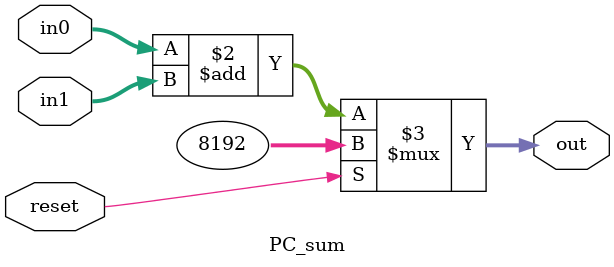
<source format=v>
module PC_sum(
    input [31:0] in0, in1,
    input reset,
    output [31:0] out	       
);

   assign out = (reset == 1) ? 32'h2000 : (in0 + in1);
   
endmodule   

</source>
